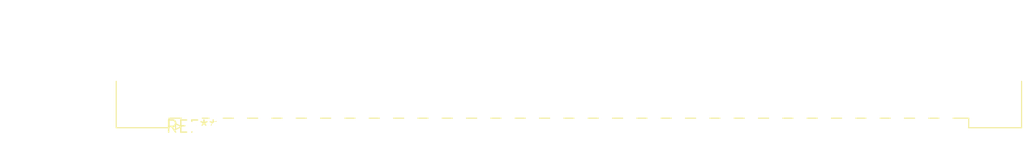
<source format=kicad_pcb>
(kicad_pcb (version 20240108) (generator pcbnew)
  (layers (0 "F.Cu" signal) (31 "B.Cu" signal) (34 "B.Paste" user) (35 "F.Paste" user) (36 "B.SilkS" user "B.Silkscreen") (37 "F.SilkS" user "F.Silkscreen") (38 "B.Mask" user) (39 "F.Mask" user) (44 "Edge.Cuts" user))
  (net 0 "")
  (footprint "DIN41612_Q_2x32_Female_Horizontal_THT" (layer "F.Cu") (at 0 0)
    (property "Reference" "REF**")
    (property "Value" "DIN41612_Q_2x32_Female_Horizontal_THT")
    (fp_line (start -7.89 -4.74) (end -7.89 0.12) (layer "F.SilkS") (stroke (width 0.12)))
    (fp_line (start -7.89 0.12) (end -2.37 0.12) (layer "F.SilkS") (stroke (width 0.12)))
    (fp_line (start -2.371 -0.88) (end -1.095 -0.88) (layer "F.SilkS") (stroke (width 0.12)))
    (fp_line (start -2.37 0.12) (end -2.37 -0.88) (layer "F.SilkS") (stroke (width 0.12)))
    (fp_line (start -1.695 -0.3) (end -1.695 0.3) (layer "F.SilkS") (stroke (width 0.12)))
    (fp_line (start -1.695 0.3) (end -1.095 0) (layer "F.SilkS") (stroke (width 0.12)))
    (fp_line (start -1.095 0) (end -1.695 -0.3) (layer "F.SilkS") (stroke (width 0.12)))
    (fp_line (start 1.095 -0.88) (end 1.801 -0.88) (layer "F.SilkS") (stroke (width 0.12)))
    (fp_line (start 3.28 -0.88) (end 4.341 -0.88) (layer "F.SilkS") (stroke (width 0.12)))
    (fp_line (start 5.82 -0.88) (end 6.881 -0.88) (layer "F.SilkS") (stroke (width 0.12)))
    (fp_line (start 8.36 -0.88) (end 9.421 -0.88) (layer "F.SilkS") (stroke (width 0.12)))
    (fp_line (start 10.9 -0.88) (end 11.961 -0.88) (layer "F.SilkS") (stroke (width 0.12)))
    (fp_line (start 13.44 -0.88) (end 14.501 -0.88) (layer "F.SilkS") (stroke (width 0.12)))
    (fp_line (start 15.98 -0.88) (end 17.041 -0.88) (layer "F.SilkS") (stroke (width 0.12)))
    (fp_line (start 18.52 -0.88) (end 19.581 -0.88) (layer "F.SilkS") (stroke (width 0.12)))
    (fp_line (start 21.06 -0.88) (end 22.121 -0.88) (layer "F.SilkS") (stroke (width 0.12)))
    (fp_line (start 23.6 -0.88) (end 24.661 -0.88) (layer "F.SilkS") (stroke (width 0.12)))
    (fp_line (start 26.14 -0.88) (end 27.201 -0.88) (layer "F.SilkS") (stroke (width 0.12)))
    (fp_line (start 28.68 -0.88) (end 29.741 -0.88) (layer "F.SilkS") (stroke (width 0.12)))
    (fp_line (start 31.22 -0.88) (end 32.281 -0.88) (layer "F.SilkS") (stroke (width 0.12)))
    (fp_line (start 33.76 -0.88) (end 34.821 -0.88) (layer "F.SilkS") (stroke (width 0.12)))
    (fp_line (start 36.3 -0.88) (end 37.361 -0.88) (layer "F.SilkS") (stroke (width 0.12)))
    (fp_line (start 38.84 -0.88) (end 39.901 -0.88) (layer "F.SilkS") (stroke (width 0.12)))
    (fp_line (start 41.38 -0.88) (end 42.441 -0.88) (layer "F.SilkS") (stroke (width 0.12)))
    (fp_line (start 43.92 -0.88) (end 44.981 -0.88) (layer "F.SilkS") (stroke (width 0.12)))
    (fp_line (start 46.46 -0.88) (end 47.521 -0.88) (layer "F.SilkS") (stroke (width 0.12)))
    (fp_line (start 49 -0.88) (end 50.061 -0.88) (layer "F.SilkS") (stroke (width 0.12)))
    (fp_line (start 51.54 -0.88) (end 52.601 -0.88) (layer "F.SilkS") (stroke (width 0.12)))
    (fp_line (start 54.08 -0.88) (end 55.141 -0.88) (layer "F.SilkS") (stroke (width 0.12)))
    (fp_line (start 56.62 -0.88) (end 57.681 -0.88) (layer "F.SilkS") (stroke (width 0.12)))
    (fp_line (start 59.16 -0.88) (end 60.221 -0.88) (layer "F.SilkS") (stroke (width 0.12)))
    (fp_line (start 61.7 -0.88) (end 62.761 -0.88) (layer "F.SilkS") (stroke (width 0.12)))
    (fp_line (start 64.24 -0.88) (end 65.301 -0.88) (layer "F.SilkS") (stroke (width 0.12)))
    (fp_line (start 66.78 -0.88) (end 67.841 -0.88) (layer "F.SilkS") (stroke (width 0.12)))
    (fp_line (start 69.32 -0.88) (end 70.381 -0.88) (layer "F.SilkS") (stroke (width 0.12)))
    (fp_line (start 71.86 -0.88) (end 72.921 -0.88) (layer "F.SilkS") (stroke (width 0.12)))
    (fp_line (start 74.4 -0.88) (end 75.461 -0.88) (layer "F.SilkS") (stroke (width 0.12)))
    (fp_line (start 76.94 -0.88) (end 78.001 -0.88) (layer "F.SilkS") (stroke (width 0.12)))
    (fp_line (start 79.48 -0.88) (end 81.11 -0.88) (layer "F.SilkS") (stroke (width 0.12)))
    (fp_line (start 81.11 0.12) (end 81.11 -0.88) (layer "F.SilkS") (stroke (width 0.12)))
    (fp_line (start 86.63 -4.74) (end 86.63 0.12) (layer "F.SilkS") (stroke (width 0.12)))
    (fp_line (start 86.63 0.12) (end 81.11 0.12) (layer "F.SilkS") (stroke (width 0.12)))
    (pad "" np_thru_hole circle (at -5.08 -2.54) (size 2.85 2.85) (drill 2.85) (layers *.Cu *.Mask))
    (pad "" np_thru_hole circle (at 83.82 -2.54) (size 2.85 2.85) (drill 2.85) (layers *.Cu *.Mask))
    (pad "a1" thru_hole roundrect (at 0 0) (size 1.55 1.55) (drill 1) (layers *.Cu *.Mask) (remove_unused_layers) (roundrect_rratio 0.16129))
    (pad "a2" thru_hole circle (at 2.54 0) (size 1.55 1.55) (drill 1) (layers *.Cu *.Mask) (remove_unused_layers))
    (pad "a3" thru_hole circle (at 5.08 0) (size 1.55 1.55) (drill 1) (layers *.Cu *.Mask) (remove_unused_layers))
    (pad "a4" thru_hole circle (at 7.62 0) (size 1.55 1.55) (drill 1) (layers *.Cu *.Mask) (remove_unused_layers))
    (pad "a5" thru_hole circle (at 10.16 0) (size 1.55 1.55) (drill 1) (layers *.Cu *.Mask) (remove_unused_layers))
    (pad "a6" thru_hole circle (at 12.7 0) (size 1.55 1.55) (drill 1) (layers *.Cu *.Mask) (remove_unused_layers))
    (pad "a7" thru_hole circle (at 15.24 0) (size 1.55 1.55) (drill 1) (layers *.Cu *.Mask) (remove_unused_layers))
    (pad "a8" thru_hole circle (at 17.78 0) (size 1.55 1.55) (drill 1) (layers *.Cu *.Mask) (remove_unused_layers))
    (pad "a9" thru_hole circle (at 20.32 0) (size 1.55 1.55) (drill 1) (layers *.Cu *.Mask) (remove_unused_layers))
    (pad "a10" thru_hole circle (at 22.86 0) (size 1.55 1.55) (drill 1) (layers *.Cu *.Mask) (remove_unused_layers))
    (pad "a11" thru_hole circle (at 25.4 0) (size 1.55 1.55) (drill 1) (layers *.Cu *.Mask) (remove_unused_layers))
    (pad "a12" thru_hole circle (at 27.94 0) (size 1.55 1.55) (drill 1) (layers *.Cu *.Mask) (remove_unused_layers))
    (pad "a13" thru_hole circle (at 30.48 0) (size 1.55 1.55) (drill 1) (layers *.Cu *.Mask) (remove_unused_layers))
    (pad "a14" thru_hole circle (at 33.02 0) (size 1.55 1.55) (drill 1) (layers *.Cu *.Mask) (remove_unused_layers))
    (pad "a15" thru_hole circle (at 35.56 0) (size 1.55 1.55) (drill 1) (layers *.Cu *.Mask) (remove_unused_layers))
    (pad "a16" thru_hole circle (at 38.1 0) (size 1.55 1.55) (drill 1) (layers *.Cu *.Mask) (remove_unused_layers))
    (pad "a17" thru_hole circle (at 40.64 0) (size 1.55 1.55) (drill 1) (layers *.Cu *.Mask) (remove_unused_layers))
    (pad "a18" thru_hole circle (at 43.18 0) (size 1.55 1.55) (drill 1) (layers *.Cu *.Mask) (remove_unused_layers))
    (pad "a19" thru_hole circle (at 45.72 0) (size 1.55 1.55) (drill 1) (layers *.Cu *.Mask) (remove_unused_layers))
    (pad "a20" thru_hole circle (at 48.26 0) (size 1.55 1.55) (drill 1) (layers *.Cu *.Mask) (remove_unused_layers))
    (pad "a21" thru_hole circle (at 50.8 0) (size 1.55 1.55) (drill 1) (layers *.Cu *.Mask) (remove_unused_layers))
    (pad "a22" thru_hole circle (at 53.34 0) (size 1.55 1.55) (drill 1) (layers *.Cu *.Mask) (remove_unused_layers))
    (pad "a23" thru_hole circle (at 55.88 0) (size 1.55 1.55) (drill 1) (layers *.Cu *.Mask) (remove_unused_layers))
    (pad "a24" thru_hole circle (at 58.42 0) (size 1.55 1.55) (drill 1) (layers *.Cu *.Mask) (remove_unused_layers))
    (pad "a25" thru_hole circle (at 60.96 0) (size 1.55 1.55) (drill 1) (layers *.Cu *.Mask) (remove_unused_layers))
    (pad "a26" thru_hole circle (at 63.5 0) (size 1.55 1.55) (drill 1) (layers *.Cu *.Mask) (remove_unused_layers))
    (pad "a27" thru_hole circle (at 66.04 0) (size 1.55 1.55) (drill 1) (layers *.Cu *.Mask) (remove_unused_layers))
    (pad "a28" thru_hole circle (at 68.58 0) (size 1.55 1.55) (drill 1) (layers *.Cu *.Mask) (remove_unused_layers))
    (pad "a29" thru_hole circle (at 71.12 0) (size 1.55 1.55) (drill 1) (layers *.Cu *.Mask) (remove_unused_layers))
    (pad "a30" thru_hole circle (at 73.66 0) (size 1.55 1.55) (drill 1) (layers *.Cu *.Mask) (remove_unused_layers))
    (pad "a31" thru_hole circle (at 76.2 0) (size 1.55 1.55) (drill 1) (layers *.Cu *.Mask) (remove_unused_layers))
    (pad "a32" thru_hole circle (at 78.74 0) (size 1.55 1.55) (drill 1) (layers *.Cu *.Mask) (remove_unused_layers))
    (pad "b1" thru_hole circle (at 0 2.54) (size 1.55 1.55) (drill 1) (layers *.Cu *.Mask) (remove_unused_layers))
    (pad "b2" thru_hole circle (at 2.54 2.54) (size 1.55 1.55) (drill 1) (layers *.Cu *.Mask) (remove_unused_layers))
    (pad "b3" thru_hole circle (at 5.08 2.54) (size 1.55 1.55) (drill 1) (layers *.Cu *.Mask) (remove_unused_layers))
    (pad "b4" thru_hole circle (at 7.62 2.54) (size 1.55 1.55) (drill 1) (layers *.Cu *.Mask) (remove_unused_layers))
    (pad "b5" thru_hole circle (at 10.16 2.54) (size 1.55 1.55) (drill 1) (layers *.Cu *.Mask) (remove_unused_layers))
    (pad "b6" thru_hole circle (at 12.7 2.54) (size 1.55 1.55) (drill 1) (layers *.Cu *.Mask) (remove_unused_layers))
    (pad "b7" thru_hole circle (at 15.24 2.54) (size 1.55 1.55) (drill 1) (layers *.Cu *.Mask) (remove_unused_layers))
    (pad "b8" thru_hole circle (at 17.78 2.54) (size 1.55 1.55) (drill 1) (layers *.Cu *.Mask) (remove_unused_layers))
    (pad "b9" thru_hole circle (at 20.32 2.54) (size 1.55 1.55) (drill 1) (layers *.Cu *.Mask) (remove_unused_layers))
    (pad "b10" thru_hole circle (at 22.86 2.54) (size 1.55 1.55) (drill 1) (layers *.Cu *.Mask) (remove_unused_layers))
    (pad "b11" thru_hole circle (at 25.4 2.54) (size 1.55 1.55) (drill 1) (layers *.Cu *.Mask) (remove_unused_layers))
    (pad "b12" thru_hole circle (at 27.94 2.54) (size 1.55 1.55) (drill 1) (layers *.Cu *.Mask) (remove_unused_layers))
    (pad "b13" thru_hole circle (at 30.48 2.54) (size 1.55 1.55) (drill 1) (layers *.Cu *.Mask) (remove_unused_layers))
    (pad "b14" thru_hole circle (at 33.02 2.54) (size 1.55 1.55) (drill 1) (layers *.Cu *.Mask) (remove_unused_layers))
    (pad "b15" thru_hole circle (at 35.56 2.54) (size 1.55 1.55) (drill 1) (layers *.Cu *.Mask) (remove_unused_layers))
    (pad "b16" thru_hole circle (at 38.1 2.54) (size 1.55 1.55) (drill 1) (layers *.Cu *.Mask) (remove_unused_layers))
    (pad "b17" thru_hole circle (at 40.64 2.54) (size 1.55 1.55) (drill 1) (layers *.Cu *.Mask) (remove_unused_layers))
    (pad "b18" thru_hole circle (at 43.18 2.54) (size 1.55 1.55) (drill 1) (layers *.Cu *.Mask) (remove_unused_layers))
    (pad "b19" thru_hole circle (at 45.72 2.54) (size 1.55 1.55) (drill 1) (layers *.Cu *.Mask) (remove_unused_layers))
    (pad "b20" thru_hole circle (at 48.26 2.54) (size 1.55 1.55) (drill 1) (layers *.Cu *.Mask) (remove_unused_layers))
    (pad "b21" thru_hole circle (at 50.8 2.54) (size 1.55 1.55) (drill 1) (layers *.Cu *.Mask) (remove_unused_layers))
    (pad "b22" thru_hole circle (at 53.34 2.54) (size 1.55 1.55) (drill 1) (layers *.Cu *.Mask) (remove_unused_layers))
    (pad "b23" thru_hole circle (at 55.88 2.54) (size 1.55 1.55) (drill 1) (layers *.Cu *.Mask) (remove_unused_layers))
    (pad "b24" thru_hole circle (at 58.42 2.54) (size 1.55 1.55) (drill 1) (layers *.Cu *.Mask) (remove_unused_layers))
    (pad "b25" thru_hole circle (at 60.96 2.54) (size 1.55 1.55) (drill 1) (layers *.Cu *.Mask) (remove_unused_layers))
    (pad "b26" thru_hole circle (at 63.5 2.54) (size 1.55 1.55) (drill 1) (layers *.Cu *.Mask) (remove_unused_layers))
    (pad "b27" thru_hole circle (at 66.04 2.54) (size 1.55 1.55) (drill 1) (layers *.Cu *.Mask) (remove_unused_layers))
    (pad "b28" thru_hole circle (at 68.58 2.54) (size 1.55 1.55) (drill 1) (layers *.Cu *.Mask) (remove_unused_layers))
    (pad "b29" thru_hole circle (at 71.12 2.54) (size 1.55 1.55) (drill 1) (layers *.Cu *.Mask) (remove_unused_layers))
    (pad "b30" thru_hole circle (at 73.66 2.54) (size 1.55 1.55) (drill 1) (layers *.Cu *.Mask) (remove_unused_layers))
    (pad "b31" thru_hole circle (at 76.2 2.54) (size 1.55 1.55) (drill 1) (layers *.Cu *.Mask) (remove_unused_layers))
    (pad "b32" thru_hole circle (at 78.74 2.54) (size 1.55 1.55) (drill 1) (layers *.Cu *.Mask) (remove_unused_layers))
  )
)
</source>
